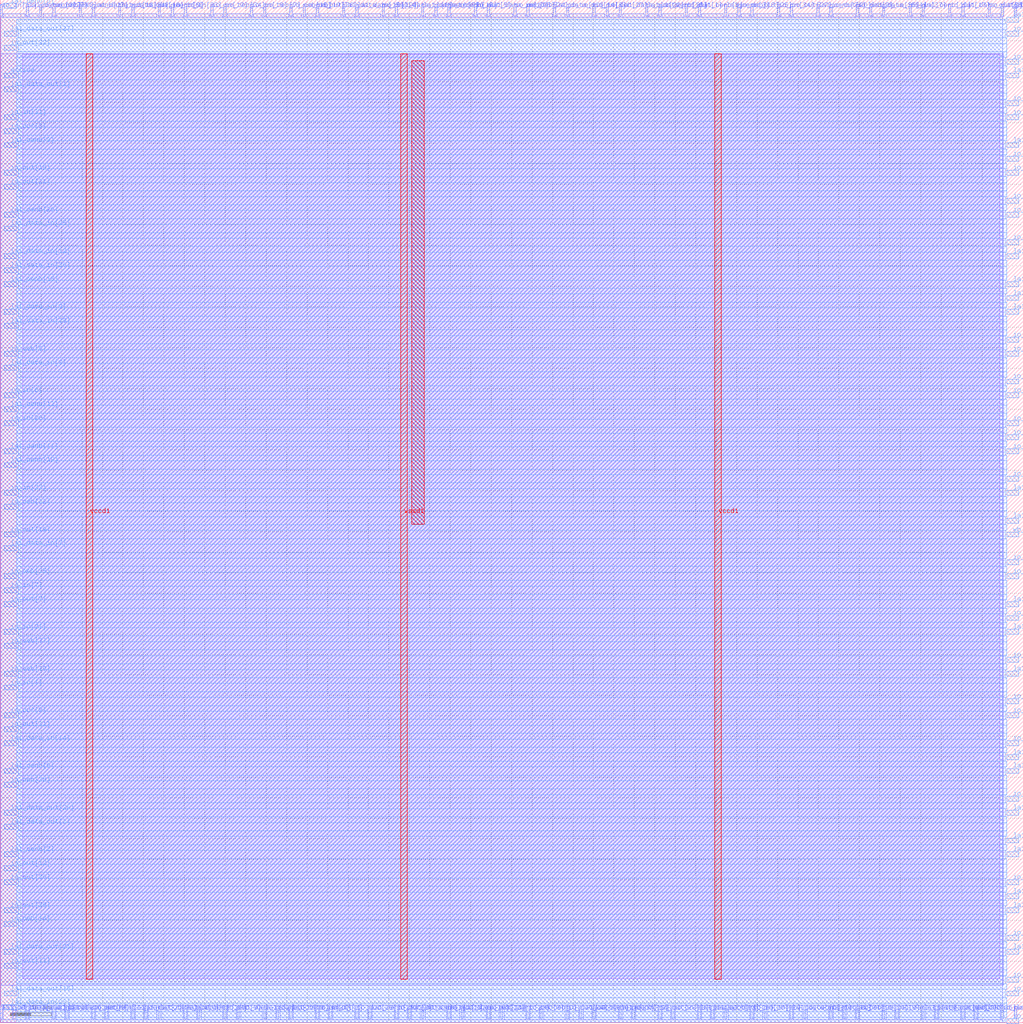
<source format=lef>
VERSION 5.7 ;
  NOWIREEXTENSIONATPIN ON ;
  DIVIDERCHAR "/" ;
  BUSBITCHARS "[]" ;
MACRO wrapped_channel
  CLASS BLOCK ;
  FOREIGN wrapped_channel ;
  ORIGIN 0.000 0.000 ;
  SIZE 250.000 BY 250.000 ;
  PIN active
    DIRECTION INPUT ;
    USE SIGNAL ;
    PORT
      LAYER met3 ;
        RECT 1.000 230.940 4.000 232.140 ;
    END
  END active
  PIN io_in[0]
    DIRECTION INPUT ;
    USE SIGNAL ;
    PORT
      LAYER met2 ;
        RECT 77.230 1.000 77.790 4.000 ;
    END
  END io_in[0]
  PIN io_in[10]
    DIRECTION INPUT ;
    USE SIGNAL ;
    PORT
      LAYER met2 ;
        RECT 138.410 246.000 138.970 249.000 ;
    END
  END io_in[10]
  PIN io_in[11]
    DIRECTION INPUT ;
    USE SIGNAL ;
    PORT
      LAYER met2 ;
        RECT -0.050 246.000 0.510 249.000 ;
    END
  END io_in[11]
  PIN io_in[12]
    DIRECTION INPUT ;
    USE SIGNAL ;
    PORT
      LAYER met3 ;
        RECT 246.000 210.540 249.000 211.740 ;
    END
  END io_in[12]
  PIN io_in[13]
    DIRECTION INPUT ;
    USE SIGNAL ;
    PORT
      LAYER met2 ;
        RECT 119.090 1.000 119.650 4.000 ;
    END
  END io_in[13]
  PIN io_in[14]
    DIRECTION INPUT ;
    USE SIGNAL ;
    PORT
      LAYER met2 ;
        RECT 93.330 246.000 93.890 249.000 ;
    END
  END io_in[14]
  PIN io_in[15]
    DIRECTION INPUT ;
    USE SIGNAL ;
    PORT
      LAYER met3 ;
        RECT 246.000 220.740 249.000 221.940 ;
    END
  END io_in[15]
  PIN io_in[16]
    DIRECTION INPUT ;
    USE SIGNAL ;
    PORT
      LAYER met3 ;
        RECT 246.000 20.140 249.000 21.340 ;
    END
  END io_in[16]
  PIN io_in[17]
    DIRECTION INPUT ;
    USE SIGNAL ;
    PORT
      LAYER met2 ;
        RECT 51.470 246.000 52.030 249.000 ;
    END
  END io_in[17]
  PIN io_in[18]
    DIRECTION INPUT ;
    USE SIGNAL ;
    PORT
      LAYER met2 ;
        RECT 61.130 246.000 61.690 249.000 ;
    END
  END io_in[18]
  PIN io_in[19]
    DIRECTION INPUT ;
    USE SIGNAL ;
    PORT
      LAYER met2 ;
        RECT 215.690 1.000 216.250 4.000 ;
    END
  END io_in[19]
  PIN io_in[1]
    DIRECTION INPUT ;
    USE SIGNAL ;
    PORT
      LAYER met3 ;
        RECT 1.000 81.340 4.000 82.540 ;
    END
  END io_in[1]
  PIN io_in[20]
    DIRECTION INPUT ;
    USE SIGNAL ;
    PORT
      LAYER met3 ;
        RECT 1.000 145.940 4.000 147.140 ;
    END
  END io_in[20]
  PIN io_in[21]
    DIRECTION INPUT ;
    USE SIGNAL ;
    PORT
      LAYER met3 ;
        RECT 1.000 94.940 4.000 96.140 ;
    END
  END io_in[21]
  PIN io_in[22]
    DIRECTION INPUT ;
    USE SIGNAL ;
    PORT
      LAYER met3 ;
        RECT 246.000 77.940 249.000 79.140 ;
    END
  END io_in[22]
  PIN io_in[23]
    DIRECTION INPUT ;
    USE SIGNAL ;
    PORT
      LAYER met2 ;
        RECT 45.030 246.000 45.590 249.000 ;
    END
  END io_in[23]
  PIN io_in[24]
    DIRECTION INPUT ;
    USE SIGNAL ;
    PORT
      LAYER met2 ;
        RECT 32.150 246.000 32.710 249.000 ;
    END
  END io_in[24]
  PIN io_in[25]
    DIRECTION INPUT ;
    USE SIGNAL ;
    PORT
      LAYER met2 ;
        RECT 186.710 1.000 187.270 4.000 ;
    END
  END io_in[25]
  PIN io_in[26]
    DIRECTION INPUT ;
    USE SIGNAL ;
    PORT
      LAYER met2 ;
        RECT 183.490 1.000 184.050 4.000 ;
    END
  END io_in[26]
  PIN io_in[27]
    DIRECTION INPUT ;
    USE SIGNAL ;
    PORT
      LAYER met3 ;
        RECT 246.000 54.140 249.000 55.340 ;
    END
  END io_in[27]
  PIN io_in[28]
    DIRECTION INPUT ;
    USE SIGNAL ;
    PORT
      LAYER met2 ;
        RECT 164.170 1.000 164.730 4.000 ;
    END
  END io_in[28]
  PIN io_in[29]
    DIRECTION INPUT ;
    USE SIGNAL ;
    PORT
      LAYER met2 ;
        RECT 247.890 246.000 248.450 249.000 ;
    END
  END io_in[29]
  PIN io_in[2]
    DIRECTION INPUT ;
    USE SIGNAL ;
    PORT
      LAYER met2 ;
        RECT 80.450 1.000 81.010 4.000 ;
    END
  END io_in[2]
  PIN io_in[30]
    DIRECTION INPUT ;
    USE SIGNAL ;
    PORT
      LAYER met3 ;
        RECT 246.000 98.340 249.000 99.540 ;
    END
  END io_in[30]
  PIN io_in[31]
    DIRECTION INPUT ;
    USE SIGNAL ;
    PORT
      LAYER met3 ;
        RECT 1.000 220.740 4.000 221.940 ;
    END
  END io_in[31]
  PIN io_in[32]
    DIRECTION INPUT ;
    USE SIGNAL ;
    PORT
      LAYER met2 ;
        RECT 154.510 1.000 155.070 4.000 ;
    END
  END io_in[32]
  PIN io_in[33]
    DIRECTION INPUT ;
    USE SIGNAL ;
    PORT
      LAYER met3 ;
        RECT 1.000 128.940 4.000 130.140 ;
    END
  END io_in[33]
  PIN io_in[34]
    DIRECTION INPUT ;
    USE SIGNAL ;
    PORT
      LAYER met2 ;
        RECT 189.930 246.000 190.490 249.000 ;
    END
  END io_in[34]
  PIN io_in[35]
    DIRECTION INPUT ;
    USE SIGNAL ;
    PORT
      LAYER met2 ;
        RECT 215.690 246.000 216.250 249.000 ;
    END
  END io_in[35]
  PIN io_in[36]
    DIRECTION INPUT ;
    USE SIGNAL ;
    PORT
      LAYER met3 ;
        RECT 246.000 156.140 249.000 157.340 ;
    END
  END io_in[36]
  PIN io_in[37]
    DIRECTION INPUT ;
    USE SIGNAL ;
    PORT
      LAYER met2 ;
        RECT 222.130 246.000 222.690 249.000 ;
    END
  END io_in[37]
  PIN io_in[3]
    DIRECTION INPUT ;
    USE SIGNAL ;
    PORT
      LAYER met2 ;
        RECT 144.850 246.000 145.410 249.000 ;
    END
  END io_in[3]
  PIN io_in[4]
    DIRECTION INPUT ;
    USE SIGNAL ;
    PORT
      LAYER met3 ;
        RECT 246.000 152.740 249.000 153.940 ;
    END
  END io_in[4]
  PIN io_in[5]
    DIRECTION INPUT ;
    USE SIGNAL ;
    PORT
      LAYER met3 ;
        RECT 246.000 241.140 249.000 242.340 ;
    END
  END io_in[5]
  PIN io_in[6]
    DIRECTION INPUT ;
    USE SIGNAL ;
    PORT
      LAYER met3 ;
        RECT 1.000 152.740 4.000 153.940 ;
    END
  END io_in[6]
  PIN io_in[7]
    DIRECTION INPUT ;
    USE SIGNAL ;
    PORT
      LAYER met3 ;
        RECT 1.000 105.140 4.000 106.340 ;
    END
  END io_in[7]
  PIN io_in[8]
    DIRECTION INPUT ;
    USE SIGNAL ;
    PORT
      LAYER met3 ;
        RECT 246.000 166.340 249.000 167.540 ;
    END
  END io_in[8]
  PIN io_in[9]
    DIRECTION INPUT ;
    USE SIGNAL ;
    PORT
      LAYER met2 ;
        RECT 41.810 246.000 42.370 249.000 ;
    END
  END io_in[9]
  PIN io_oeb[0]
    DIRECTION INOUT ;
    USE SIGNAL ;
    PORT
      LAYER met2 ;
        RECT 131.970 1.000 132.530 4.000 ;
    END
  END io_oeb[0]
  PIN io_oeb[10]
    DIRECTION INOUT ;
    USE SIGNAL ;
    PORT
      LAYER met3 ;
        RECT 1.000 84.740 4.000 85.940 ;
    END
  END io_oeb[10]
  PIN io_oeb[11]
    DIRECTION INOUT ;
    USE SIGNAL ;
    PORT
      LAYER met3 ;
        RECT 246.000 142.540 249.000 143.740 ;
    END
  END io_oeb[11]
  PIN io_oeb[12]
    DIRECTION INOUT ;
    USE SIGNAL ;
    PORT
      LAYER met3 ;
        RECT 246.000 74.540 249.000 75.740 ;
    END
  END io_oeb[12]
  PIN io_oeb[13]
    DIRECTION INOUT ;
    USE SIGNAL ;
    PORT
      LAYER met3 ;
        RECT 246.000 67.740 249.000 68.940 ;
    END
  END io_oeb[13]
  PIN io_oeb[14]
    DIRECTION INOUT ;
    USE SIGNAL ;
    PORT
      LAYER met3 ;
        RECT 1.000 23.540 4.000 24.740 ;
    END
  END io_oeb[14]
  PIN io_oeb[15]
    DIRECTION INOUT ;
    USE SIGNAL ;
    PORT
      LAYER met2 ;
        RECT 70.790 246.000 71.350 249.000 ;
    END
  END io_oeb[15]
  PIN io_oeb[16]
    DIRECTION INOUT ;
    USE SIGNAL ;
    PORT
      LAYER met3 ;
        RECT 246.000 9.940 249.000 11.140 ;
    END
  END io_oeb[16]
  PIN io_oeb[17]
    DIRECTION INOUT ;
    USE SIGNAL ;
    PORT
      LAYER met2 ;
        RECT 67.570 1.000 68.130 4.000 ;
    END
  END io_oeb[17]
  PIN io_oeb[18]
    DIRECTION INOUT ;
    USE SIGNAL ;
    PORT
      LAYER met2 ;
        RECT 180.270 246.000 180.830 249.000 ;
    END
  END io_oeb[18]
  PIN io_oeb[19]
    DIRECTION INOUT ;
    USE SIGNAL ;
    PORT
      LAYER met2 ;
        RECT 74.010 246.000 74.570 249.000 ;
    END
  END io_oeb[19]
  PIN io_oeb[1]
    DIRECTION INOUT ;
    USE SIGNAL ;
    PORT
      LAYER met2 ;
        RECT 196.370 1.000 196.930 4.000 ;
    END
  END io_oeb[1]
  PIN io_oeb[20]
    DIRECTION INOUT ;
    USE SIGNAL ;
    PORT
      LAYER met3 ;
        RECT 246.000 108.540 249.000 109.740 ;
    END
  END io_oeb[20]
  PIN io_oeb[21]
    DIRECTION INOUT ;
    USE SIGNAL ;
    PORT
      LAYER met2 ;
        RECT 9.610 246.000 10.170 249.000 ;
    END
  END io_oeb[21]
  PIN io_oeb[22]
    DIRECTION INOUT ;
    USE SIGNAL ;
    PORT
      LAYER met2 ;
        RECT 25.710 1.000 26.270 4.000 ;
    END
  END io_oeb[22]
  PIN io_oeb[23]
    DIRECTION INOUT ;
    USE SIGNAL ;
    PORT
      LAYER met2 ;
        RECT 125.530 246.000 126.090 249.000 ;
    END
  END io_oeb[23]
  PIN io_oeb[24]
    DIRECTION INOUT ;
    USE SIGNAL ;
    PORT
      LAYER met2 ;
        RECT 128.750 246.000 129.310 249.000 ;
    END
  END io_oeb[24]
  PIN io_oeb[25]
    DIRECTION INOUT ;
    USE SIGNAL ;
    PORT
      LAYER met2 ;
        RECT 238.230 1.000 238.790 4.000 ;
    END
  END io_oeb[25]
  PIN io_oeb[26]
    DIRECTION INOUT ;
    USE SIGNAL ;
    PORT
      LAYER met3 ;
        RECT 246.000 196.940 249.000 198.140 ;
    END
  END io_oeb[26]
  PIN io_oeb[27]
    DIRECTION INOUT ;
    USE SIGNAL ;
    PORT
      LAYER met2 ;
        RECT 148.070 246.000 148.630 249.000 ;
    END
  END io_oeb[27]
  PIN io_oeb[28]
    DIRECTION INOUT ;
    USE SIGNAL ;
    PORT
      LAYER met2 ;
        RECT 209.250 1.000 209.810 4.000 ;
    END
  END io_oeb[28]
  PIN io_oeb[29]
    DIRECTION INOUT ;
    USE SIGNAL ;
    PORT
      LAYER met3 ;
        RECT 246.000 162.940 249.000 164.140 ;
    END
  END io_oeb[29]
  PIN io_oeb[2]
    DIRECTION INOUT ;
    USE SIGNAL ;
    PORT
      LAYER met2 ;
        RECT 209.250 246.000 209.810 249.000 ;
    END
  END io_oeb[2]
  PIN io_oeb[30]
    DIRECTION INOUT ;
    USE SIGNAL ;
    PORT
      LAYER met2 ;
        RECT 12.830 246.000 13.390 249.000 ;
    END
  END io_oeb[30]
  PIN io_oeb[31]
    DIRECTION INOUT ;
    USE SIGNAL ;
    PORT
      LAYER met2 ;
        RECT 206.030 1.000 206.590 4.000 ;
    END
  END io_oeb[31]
  PIN io_oeb[32]
    DIRECTION INOUT ;
    USE SIGNAL ;
    PORT
      LAYER met3 ;
        RECT 1.000 125.540 4.000 126.740 ;
    END
  END io_oeb[32]
  PIN io_oeb[33]
    DIRECTION INOUT ;
    USE SIGNAL ;
    PORT
      LAYER met2 ;
        RECT 244.670 1.000 245.230 4.000 ;
    END
  END io_oeb[33]
  PIN io_oeb[34]
    DIRECTION INOUT ;
    USE SIGNAL ;
    PORT
      LAYER met2 ;
        RECT 54.690 246.000 55.250 249.000 ;
    END
  END io_oeb[34]
  PIN io_oeb[35]
    DIRECTION INOUT ;
    USE SIGNAL ;
    PORT
      LAYER met3 ;
        RECT 1.000 108.540 4.000 109.740 ;
    END
  END io_oeb[35]
  PIN io_oeb[36]
    DIRECTION INOUT ;
    USE SIGNAL ;
    PORT
      LAYER met3 ;
        RECT 1.000 57.540 4.000 58.740 ;
    END
  END io_oeb[36]
  PIN io_oeb[37]
    DIRECTION INOUT ;
    USE SIGNAL ;
    PORT
      LAYER met3 ;
        RECT 1.000 91.540 4.000 92.740 ;
    END
  END io_oeb[37]
  PIN io_oeb[3]
    DIRECTION INOUT ;
    USE SIGNAL ;
    PORT
      LAYER met2 ;
        RECT 128.750 1.000 129.310 4.000 ;
    END
  END io_oeb[3]
  PIN io_oeb[4]
    DIRECTION INOUT ;
    USE SIGNAL ;
    PORT
      LAYER met3 ;
        RECT 246.000 -0.260 249.000 0.940 ;
    END
  END io_oeb[4]
  PIN io_oeb[5]
    DIRECTION INOUT ;
    USE SIGNAL ;
    PORT
      LAYER met3 ;
        RECT 1.000 162.940 4.000 164.140 ;
    END
  END io_oeb[5]
  PIN io_oeb[6]
    DIRECTION INOUT ;
    USE SIGNAL ;
    PORT
      LAYER met3 ;
        RECT 246.000 88.140 249.000 89.340 ;
    END
  END io_oeb[6]
  PIN io_oeb[7]
    DIRECTION INOUT ;
    USE SIGNAL ;
    PORT
      LAYER met2 ;
        RECT 64.350 246.000 64.910 249.000 ;
    END
  END io_oeb[7]
  PIN io_oeb[8]
    DIRECTION INOUT ;
    USE SIGNAL ;
    PORT
      LAYER met2 ;
        RECT 22.490 1.000 23.050 4.000 ;
    END
  END io_oeb[8]
  PIN io_oeb[9]
    DIRECTION INOUT ;
    USE SIGNAL ;
    PORT
      LAYER met2 ;
        RECT 54.690 1.000 55.250 4.000 ;
    END
  END io_oeb[9]
  PIN io_out[0]
    DIRECTION INOUT ;
    USE SIGNAL ;
    PORT
      LAYER met3 ;
        RECT 246.000 234.340 249.000 235.540 ;
    END
  END io_out[0]
  PIN io_out[10]
    DIRECTION INOUT ;
    USE SIGNAL ;
    PORT
      LAYER met3 ;
        RECT 246.000 139.140 249.000 140.340 ;
    END
  END io_out[10]
  PIN io_out[11]
    DIRECTION INOUT ;
    USE SIGNAL ;
    PORT
      LAYER met3 ;
        RECT 1.000 13.340 4.000 14.540 ;
    END
  END io_out[11]
  PIN io_out[12]
    DIRECTION INOUT ;
    USE SIGNAL ;
    PORT
      LAYER met3 ;
        RECT 1.000 37.140 4.000 38.340 ;
    END
  END io_out[12]
  PIN io_out[13]
    DIRECTION INOUT ;
    USE SIGNAL ;
    PORT
      LAYER met2 ;
        RECT 202.810 1.000 203.370 4.000 ;
    END
  END io_out[13]
  PIN io_out[14]
    DIRECTION INOUT ;
    USE SIGNAL ;
    PORT
      LAYER met3 ;
        RECT 246.000 200.340 249.000 201.540 ;
    END
  END io_out[14]
  PIN io_out[15]
    DIRECTION INOUT ;
    USE SIGNAL ;
    PORT
      LAYER met3 ;
        RECT 1.000 207.140 4.000 208.340 ;
    END
  END io_out[15]
  PIN io_out[16]
    DIRECTION INOUT ;
    USE SIGNAL ;
    PORT
      LAYER met3 ;
        RECT 246.000 132.340 249.000 133.540 ;
    END
  END io_out[16]
  PIN io_out[17]
    DIRECTION INOUT ;
    USE SIGNAL ;
    PORT
      LAYER met2 ;
        RECT 231.790 246.000 232.350 249.000 ;
    END
  END io_out[17]
  PIN io_out[18]
    DIRECTION INOUT ;
    USE SIGNAL ;
    PORT
      LAYER met2 ;
        RECT 235.010 1.000 235.570 4.000 ;
    END
  END io_out[18]
  PIN io_out[19]
    DIRECTION INOUT ;
    USE SIGNAL ;
    PORT
      LAYER met3 ;
        RECT 1.000 118.740 4.000 119.940 ;
    END
  END io_out[19]
  PIN io_out[1]
    DIRECTION INOUT ;
    USE SIGNAL ;
    PORT
      LAYER met2 ;
        RECT 167.390 246.000 167.950 249.000 ;
    END
  END io_out[1]
  PIN io_out[20]
    DIRECTION INOUT ;
    USE SIGNAL ;
    PORT
      LAYER met2 ;
        RECT 202.810 246.000 203.370 249.000 ;
    END
  END io_out[20]
  PIN io_out[21]
    DIRECTION INOUT ;
    USE SIGNAL ;
    PORT
      LAYER met3 ;
        RECT 1.000 203.740 4.000 204.940 ;
    END
  END io_out[21]
  PIN io_out[22]
    DIRECTION INOUT ;
    USE SIGNAL ;
    PORT
      LAYER met2 ;
        RECT 160.950 1.000 161.510 4.000 ;
    END
  END io_out[22]
  PIN io_out[23]
    DIRECTION INOUT ;
    USE SIGNAL ;
    PORT
      LAYER met3 ;
        RECT 246.000 111.940 249.000 113.140 ;
    END
  END io_out[23]
  PIN io_out[24]
    DIRECTION INOUT ;
    USE SIGNAL ;
    PORT
      LAYER met2 ;
        RECT 138.410 1.000 138.970 4.000 ;
    END
  END io_out[24]
  PIN io_out[25]
    DIRECTION INOUT ;
    USE SIGNAL ;
    PORT
      LAYER met2 ;
        RECT 183.490 246.000 184.050 249.000 ;
    END
  END io_out[25]
  PIN io_out[26]
    DIRECTION INOUT ;
    USE SIGNAL ;
    PORT
      LAYER met3 ;
        RECT 1.000 26.940 4.000 28.140 ;
    END
  END io_out[26]
  PIN io_out[27]
    DIRECTION INOUT ;
    USE SIGNAL ;
    PORT
      LAYER met2 ;
        RECT 193.150 246.000 193.710 249.000 ;
    END
  END io_out[27]
  PIN io_out[28]
    DIRECTION INOUT ;
    USE SIGNAL ;
    PORT
      LAYER met2 ;
        RECT 86.890 1.000 87.450 4.000 ;
    END
  END io_out[28]
  PIN io_out[29]
    DIRECTION INOUT ;
    USE SIGNAL ;
    PORT
      LAYER met3 ;
        RECT 246.000 6.540 249.000 7.740 ;
    END
  END io_out[29]
  PIN io_out[2]
    DIRECTION INOUT ;
    USE SIGNAL ;
    PORT
      LAYER met2 ;
        RECT 35.370 1.000 35.930 4.000 ;
    END
  END io_out[2]
  PIN io_out[30]
    DIRECTION INOUT ;
    USE SIGNAL ;
    PORT
      LAYER met3 ;
        RECT 1.000 33.740 4.000 34.940 ;
    END
  END io_out[30]
  PIN io_out[31]
    DIRECTION INOUT ;
    USE SIGNAL ;
    PORT
      LAYER met3 ;
        RECT 1.000 71.140 4.000 72.340 ;
    END
  END io_out[31]
  PIN io_out[32]
    DIRECTION INOUT ;
    USE SIGNAL ;
    PORT
      LAYER met3 ;
        RECT 1.000 237.740 4.000 238.940 ;
    END
  END io_out[32]
  PIN io_out[33]
    DIRECTION INOUT ;
    USE SIGNAL ;
    PORT
      LAYER met3 ;
        RECT 246.000 33.740 249.000 34.940 ;
    END
  END io_out[33]
  PIN io_out[34]
    DIRECTION INOUT ;
    USE SIGNAL ;
    PORT
      LAYER met3 ;
        RECT 246.000 207.140 249.000 208.340 ;
    END
  END io_out[34]
  PIN io_out[35]
    DIRECTION INOUT ;
    USE SIGNAL ;
    PORT
      LAYER met3 ;
        RECT 246.000 190.140 249.000 191.340 ;
    END
  END io_out[35]
  PIN io_out[36]
    DIRECTION INOUT ;
    USE SIGNAL ;
    PORT
      LAYER met2 ;
        RECT 77.230 246.000 77.790 249.000 ;
    END
  END io_out[36]
  PIN io_out[37]
    DIRECTION INOUT ;
    USE SIGNAL ;
    PORT
      LAYER met3 ;
        RECT 246.000 224.140 249.000 225.340 ;
    END
  END io_out[37]
  PIN io_out[3]
    DIRECTION INOUT ;
    USE SIGNAL ;
    PORT
      LAYER met3 ;
        RECT 1.000 217.340 4.000 218.540 ;
    END
  END io_out[3]
  PIN io_out[4]
    DIRECTION INOUT ;
    USE SIGNAL ;
    PORT
      LAYER met3 ;
        RECT 246.000 145.940 249.000 147.140 ;
    END
  END io_out[4]
  PIN io_out[5]
    DIRECTION INOUT ;
    USE SIGNAL ;
    PORT
      LAYER met2 ;
        RECT 115.870 246.000 116.430 249.000 ;
    END
  END io_out[5]
  PIN io_out[6]
    DIRECTION INOUT ;
    USE SIGNAL ;
    PORT
      LAYER met2 ;
        RECT 241.450 246.000 242.010 249.000 ;
    END
  END io_out[6]
  PIN io_out[7]
    DIRECTION INOUT ;
    USE SIGNAL ;
    PORT
      LAYER met3 ;
        RECT 1.000 101.740 4.000 102.940 ;
    END
  END io_out[7]
  PIN io_out[8]
    DIRECTION INOUT ;
    USE SIGNAL ;
    PORT
      LAYER met2 ;
        RECT 96.550 1.000 97.110 4.000 ;
    END
  END io_out[8]
  PIN io_out[9]
    DIRECTION INOUT ;
    USE SIGNAL ;
    PORT
      LAYER met3 ;
        RECT 1.000 74.540 4.000 75.740 ;
    END
  END io_out[9]
  PIN la1_data_in[0]
    DIRECTION INPUT ;
    USE SIGNAL ;
    PORT
      LAYER met3 ;
        RECT 246.000 40.540 249.000 41.740 ;
    END
  END la1_data_in[0]
  PIN la1_data_in[10]
    DIRECTION INPUT ;
    USE SIGNAL ;
    PORT
      LAYER met2 ;
        RECT 109.430 1.000 109.990 4.000 ;
    END
  END la1_data_in[10]
  PIN la1_data_in[11]
    DIRECTION INPUT ;
    USE SIGNAL ;
    PORT
      LAYER met3 ;
        RECT 246.000 30.340 249.000 31.540 ;
    END
  END la1_data_in[11]
  PIN la1_data_in[12]
    DIRECTION INPUT ;
    USE SIGNAL ;
    PORT
      LAYER met3 ;
        RECT 1.000 186.740 4.000 187.940 ;
    END
  END la1_data_in[12]
  PIN la1_data_in[13]
    DIRECTION INPUT ;
    USE SIGNAL ;
    PORT
      LAYER met2 ;
        RECT 170.610 1.000 171.170 4.000 ;
    END
  END la1_data_in[13]
  PIN la1_data_in[14]
    DIRECTION INPUT ;
    USE SIGNAL ;
    PORT
      LAYER met3 ;
        RECT 1.000 67.740 4.000 68.940 ;
    END
  END la1_data_in[14]
  PIN la1_data_in[15]
    DIRECTION INPUT ;
    USE SIGNAL ;
    PORT
      LAYER met2 ;
        RECT 83.670 246.000 84.230 249.000 ;
    END
  END la1_data_in[15]
  PIN la1_data_in[16]
    DIRECTION INPUT ;
    USE SIGNAL ;
    PORT
      LAYER met2 ;
        RECT 157.730 246.000 158.290 249.000 ;
    END
  END la1_data_in[16]
  PIN la1_data_in[17]
    DIRECTION INPUT ;
    USE SIGNAL ;
    PORT
      LAYER met2 ;
        RECT 119.090 246.000 119.650 249.000 ;
    END
  END la1_data_in[17]
  PIN la1_data_in[18]
    DIRECTION INPUT ;
    USE SIGNAL ;
    PORT
      LAYER met2 ;
        RECT 218.910 1.000 219.470 4.000 ;
    END
  END la1_data_in[18]
  PIN la1_data_in[19]
    DIRECTION INPUT ;
    USE SIGNAL ;
    PORT
      LAYER met2 ;
        RECT 86.890 246.000 87.450 249.000 ;
    END
  END la1_data_in[19]
  PIN la1_data_in[1]
    DIRECTION INPUT ;
    USE SIGNAL ;
    PORT
      LAYER met2 ;
        RECT 99.770 1.000 100.330 4.000 ;
    END
  END la1_data_in[1]
  PIN la1_data_in[20]
    DIRECTION INPUT ;
    USE SIGNAL ;
    PORT
      LAYER met3 ;
        RECT 1.000 183.340 4.000 184.540 ;
    END
  END la1_data_in[20]
  PIN la1_data_in[21]
    DIRECTION INPUT ;
    USE SIGNAL ;
    PORT
      LAYER met2 ;
        RECT 244.670 246.000 245.230 249.000 ;
    END
  END la1_data_in[21]
  PIN la1_data_in[22]
    DIRECTION INPUT ;
    USE SIGNAL ;
    PORT
      LAYER met3 ;
        RECT 246.000 43.940 249.000 45.140 ;
    END
  END la1_data_in[22]
  PIN la1_data_in[23]
    DIRECTION INPUT ;
    USE SIGNAL ;
    PORT
      LAYER met3 ;
        RECT 1.000 3.140 4.000 4.340 ;
    END
  END la1_data_in[23]
  PIN la1_data_in[24]
    DIRECTION INPUT ;
    USE SIGNAL ;
    PORT
      LAYER met2 ;
        RECT 70.790 1.000 71.350 4.000 ;
    END
  END la1_data_in[24]
  PIN la1_data_in[25]
    DIRECTION INPUT ;
    USE SIGNAL ;
    PORT
      LAYER met3 ;
        RECT 1.000 193.540 4.000 194.740 ;
    END
  END la1_data_in[25]
  PIN la1_data_in[26]
    DIRECTION INPUT ;
    USE SIGNAL ;
    PORT
      LAYER met3 ;
        RECT 246.000 16.740 249.000 17.940 ;
    END
  END la1_data_in[26]
  PIN la1_data_in[27]
    DIRECTION INPUT ;
    USE SIGNAL ;
    PORT
      LAYER met2 ;
        RECT 144.850 1.000 145.410 4.000 ;
    END
  END la1_data_in[27]
  PIN la1_data_in[28]
    DIRECTION INPUT ;
    USE SIGNAL ;
    PORT
      LAYER met3 ;
        RECT 1.000 169.740 4.000 170.940 ;
    END
  END la1_data_in[28]
  PIN la1_data_in[29]
    DIRECTION INPUT ;
    USE SIGNAL ;
    PORT
      LAYER met2 ;
        RECT 6.390 246.000 6.950 249.000 ;
    END
  END la1_data_in[29]
  PIN la1_data_in[2]
    DIRECTION INPUT ;
    USE SIGNAL ;
    PORT
      LAYER met2 ;
        RECT 57.910 1.000 58.470 4.000 ;
    END
  END la1_data_in[2]
  PIN la1_data_in[30]
    DIRECTION INPUT ;
    USE SIGNAL ;
    PORT
      LAYER met2 ;
        RECT 6.390 1.000 6.950 4.000 ;
    END
  END la1_data_in[30]
  PIN la1_data_in[31]
    DIRECTION INPUT ;
    USE SIGNAL ;
    PORT
      LAYER met2 ;
        RECT 193.150 1.000 193.710 4.000 ;
    END
  END la1_data_in[31]
  PIN la1_data_in[3]
    DIRECTION INPUT ;
    USE SIGNAL ;
    PORT
      LAYER met3 ;
        RECT 1.000 159.540 4.000 160.740 ;
    END
  END la1_data_in[3]
  PIN la1_data_in[4]
    DIRECTION INPUT ;
    USE SIGNAL ;
    PORT
      LAYER met2 ;
        RECT 212.470 246.000 213.030 249.000 ;
    END
  END la1_data_in[4]
  PIN la1_data_in[5]
    DIRECTION INPUT ;
    USE SIGNAL ;
    PORT
      LAYER met3 ;
        RECT 246.000 122.140 249.000 123.340 ;
    END
  END la1_data_in[5]
  PIN la1_data_in[6]
    DIRECTION INPUT ;
    USE SIGNAL ;
    PORT
      LAYER met2 ;
        RECT 96.550 246.000 97.110 249.000 ;
    END
  END la1_data_in[6]
  PIN la1_data_in[7]
    DIRECTION INPUT ;
    USE SIGNAL ;
    PORT
      LAYER met3 ;
        RECT 1.000 115.340 4.000 116.540 ;
    END
  END la1_data_in[7]
  PIN la1_data_in[8]
    DIRECTION INPUT ;
    USE SIGNAL ;
    PORT
      LAYER met2 ;
        RECT 102.990 246.000 103.550 249.000 ;
    END
  END la1_data_in[8]
  PIN la1_data_in[9]
    DIRECTION INPUT ;
    USE SIGNAL ;
    PORT
      LAYER met3 ;
        RECT 1.000 173.140 4.000 174.340 ;
    END
  END la1_data_in[9]
  PIN la1_data_out[0]
    DIRECTION INOUT ;
    USE SIGNAL ;
    PORT
      LAYER met2 ;
        RECT 38.590 1.000 39.150 4.000 ;
    END
  END la1_data_out[0]
  PIN la1_data_out[10]
    DIRECTION INOUT ;
    USE SIGNAL ;
    PORT
      LAYER met3 ;
        RECT 246.000 60.940 249.000 62.140 ;
    END
  END la1_data_out[10]
  PIN la1_data_out[11]
    DIRECTION INOUT ;
    USE SIGNAL ;
    PORT
      LAYER met2 ;
        RECT 112.650 1.000 113.210 4.000 ;
    END
  END la1_data_out[11]
  PIN la1_data_out[12]
    DIRECTION INOUT ;
    USE SIGNAL ;
    PORT
      LAYER met3 ;
        RECT 246.000 230.940 249.000 232.140 ;
    END
  END la1_data_out[12]
  PIN la1_data_out[13]
    DIRECTION INOUT ;
    USE SIGNAL ;
    PORT
      LAYER met2 ;
        RECT 22.490 246.000 23.050 249.000 ;
    END
  END la1_data_out[13]
  PIN la1_data_out[14]
    DIRECTION INOUT ;
    USE SIGNAL ;
    PORT
      LAYER met2 ;
        RECT 135.190 246.000 135.750 249.000 ;
    END
  END la1_data_out[14]
  PIN la1_data_out[15]
    DIRECTION INOUT ;
    USE SIGNAL ;
    PORT
      LAYER met3 ;
        RECT 1.000 6.540 4.000 7.740 ;
    END
  END la1_data_out[15]
  PIN la1_data_out[16]
    DIRECTION INOUT ;
    USE SIGNAL ;
    PORT
      LAYER met3 ;
        RECT 246.000 84.740 249.000 85.940 ;
    END
  END la1_data_out[16]
  PIN la1_data_out[17]
    DIRECTION INOUT ;
    USE SIGNAL ;
    PORT
      LAYER met3 ;
        RECT 246.000 179.940 249.000 181.140 ;
    END
  END la1_data_out[17]
  PIN la1_data_out[18]
    DIRECTION INOUT ;
    USE SIGNAL ;
    PORT
      LAYER met2 ;
        RECT 28.930 246.000 29.490 249.000 ;
    END
  END la1_data_out[18]
  PIN la1_data_out[19]
    DIRECTION INOUT ;
    USE SIGNAL ;
    PORT
      LAYER met3 ;
        RECT 246.000 128.940 249.000 130.140 ;
    END
  END la1_data_out[19]
  PIN la1_data_out[1]
    DIRECTION INOUT ;
    USE SIGNAL ;
    PORT
      LAYER met3 ;
        RECT 1.000 227.540 4.000 228.740 ;
    END
  END la1_data_out[1]
  PIN la1_data_out[20]
    DIRECTION INOUT ;
    USE SIGNAL ;
    PORT
      LAYER met3 ;
        RECT 1.000 50.740 4.000 51.940 ;
    END
  END la1_data_out[20]
  PIN la1_data_out[21]
    DIRECTION INOUT ;
    USE SIGNAL ;
    PORT
      LAYER met3 ;
        RECT 246.000 213.940 249.000 215.140 ;
    END
  END la1_data_out[21]
  PIN la1_data_out[22]
    DIRECTION INOUT ;
    USE SIGNAL ;
    PORT
      LAYER met2 ;
        RECT 151.290 246.000 151.850 249.000 ;
    END
  END la1_data_out[22]
  PIN la1_data_out[23]
    DIRECTION INOUT ;
    USE SIGNAL ;
    PORT
      LAYER met2 ;
        RECT 64.350 1.000 64.910 4.000 ;
    END
  END la1_data_out[23]
  PIN la1_data_out[24]
    DIRECTION INOUT ;
    USE SIGNAL ;
    PORT
      LAYER met3 ;
        RECT 246.000 94.940 249.000 96.140 ;
    END
  END la1_data_out[24]
  PIN la1_data_out[25]
    DIRECTION INOUT ;
    USE SIGNAL ;
    PORT
      LAYER met3 ;
        RECT 1.000 16.740 4.000 17.940 ;
    END
  END la1_data_out[25]
  PIN la1_data_out[26]
    DIRECTION INOUT ;
    USE SIGNAL ;
    PORT
      LAYER met3 ;
        RECT 246.000 26.940 249.000 28.140 ;
    END
  END la1_data_out[26]
  PIN la1_data_out[27]
    DIRECTION INOUT ;
    USE SIGNAL ;
    PORT
      LAYER met3 ;
        RECT 1.000 241.140 4.000 242.340 ;
    END
  END la1_data_out[27]
  PIN la1_data_out[28]
    DIRECTION INOUT ;
    USE SIGNAL ;
    PORT
      LAYER met2 ;
        RECT 225.350 1.000 225.910 4.000 ;
    END
  END la1_data_out[28]
  PIN la1_data_out[29]
    DIRECTION INOUT ;
    USE SIGNAL ;
    PORT
      LAYER met2 ;
        RECT 32.150 1.000 32.710 4.000 ;
    END
  END la1_data_out[29]
  PIN la1_data_out[2]
    DIRECTION INOUT ;
    USE SIGNAL ;
    PORT
      LAYER met2 ;
        RECT 102.990 1.000 103.550 4.000 ;
    END
  END la1_data_out[2]
  PIN la1_data_out[30]
    DIRECTION INOUT ;
    USE SIGNAL ;
    PORT
      LAYER met3 ;
        RECT 246.000 64.340 249.000 65.540 ;
    END
  END la1_data_out[30]
  PIN la1_data_out[31]
    DIRECTION INOUT ;
    USE SIGNAL ;
    PORT
      LAYER met3 ;
        RECT 246.000 244.540 249.000 245.740 ;
    END
  END la1_data_out[31]
  PIN la1_data_out[3]
    DIRECTION INOUT ;
    USE SIGNAL ;
    PORT
      LAYER met3 ;
        RECT 1.000 47.340 4.000 48.540 ;
    END
  END la1_data_out[3]
  PIN la1_data_out[4]
    DIRECTION INOUT ;
    USE SIGNAL ;
    PORT
      LAYER met2 ;
        RECT 228.570 1.000 229.130 4.000 ;
    END
  END la1_data_out[4]
  PIN la1_data_out[5]
    DIRECTION INOUT ;
    USE SIGNAL ;
    PORT
      LAYER met2 ;
        RECT 16.050 1.000 16.610 4.000 ;
    END
  END la1_data_out[5]
  PIN la1_data_out[6]
    DIRECTION INOUT ;
    USE SIGNAL ;
    PORT
      LAYER met3 ;
        RECT 246.000 101.740 249.000 102.940 ;
    END
  END la1_data_out[6]
  PIN la1_data_out[7]
    DIRECTION INOUT ;
    USE SIGNAL ;
    PORT
      LAYER met2 ;
        RECT 3.170 1.000 3.730 4.000 ;
    END
  END la1_data_out[7]
  PIN la1_data_out[8]
    DIRECTION INOUT ;
    USE SIGNAL ;
    PORT
      LAYER met3 ;
        RECT 246.000 186.740 249.000 187.940 ;
    END
  END la1_data_out[8]
  PIN la1_data_out[9]
    DIRECTION INOUT ;
    USE SIGNAL ;
    PORT
      LAYER met2 ;
        RECT 235.010 246.000 235.570 249.000 ;
    END
  END la1_data_out[9]
  PIN la1_oenb[0]
    DIRECTION INPUT ;
    USE SIGNAL ;
    PORT
      LAYER met2 ;
        RECT 247.890 1.000 248.450 4.000 ;
    END
  END la1_oenb[0]
  PIN la1_oenb[10]
    DIRECTION INPUT ;
    USE SIGNAL ;
    PORT
      LAYER met2 ;
        RECT 225.350 246.000 225.910 249.000 ;
    END
  END la1_oenb[10]
  PIN la1_oenb[11]
    DIRECTION INPUT ;
    USE SIGNAL ;
    PORT
      LAYER met3 ;
        RECT 1.000 139.140 4.000 140.340 ;
    END
  END la1_oenb[11]
  PIN la1_oenb[12]
    DIRECTION INPUT ;
    USE SIGNAL ;
    PORT
      LAYER met3 ;
        RECT 1.000 149.340 4.000 150.540 ;
    END
  END la1_oenb[12]
  PIN la1_oenb[13]
    DIRECTION INPUT ;
    USE SIGNAL ;
    PORT
      LAYER met2 ;
        RECT 151.290 1.000 151.850 4.000 ;
    END
  END la1_oenb[13]
  PIN la1_oenb[14]
    DIRECTION INPUT ;
    USE SIGNAL ;
    PORT
      LAYER met2 ;
        RECT -0.050 1.000 0.510 4.000 ;
    END
  END la1_oenb[14]
  PIN la1_oenb[15]
    DIRECTION INPUT ;
    USE SIGNAL ;
    PORT
      LAYER met2 ;
        RECT 177.050 1.000 177.610 4.000 ;
    END
  END la1_oenb[15]
  PIN la1_oenb[16]
    DIRECTION INPUT ;
    USE SIGNAL ;
    PORT
      LAYER met3 ;
        RECT 1.000 179.940 4.000 181.140 ;
    END
  END la1_oenb[16]
  PIN la1_oenb[17]
    DIRECTION INPUT ;
    USE SIGNAL ;
    PORT
      LAYER met2 ;
        RECT 19.270 246.000 19.830 249.000 ;
    END
  END la1_oenb[17]
  PIN la1_oenb[18]
    DIRECTION INPUT ;
    USE SIGNAL ;
    PORT
      LAYER met2 ;
        RECT 109.430 246.000 109.990 249.000 ;
    END
  END la1_oenb[18]
  PIN la1_oenb[19]
    DIRECTION INPUT ;
    USE SIGNAL ;
    PORT
      LAYER met3 ;
        RECT 1.000 135.740 4.000 136.940 ;
    END
  END la1_oenb[19]
  PIN la1_oenb[1]
    DIRECTION INPUT ;
    USE SIGNAL ;
    PORT
      LAYER met2 ;
        RECT 45.030 1.000 45.590 4.000 ;
    END
  END la1_oenb[1]
  PIN la1_oenb[20]
    DIRECTION INPUT ;
    USE SIGNAL ;
    PORT
      LAYER met2 ;
        RECT 12.830 1.000 13.390 4.000 ;
    END
  END la1_oenb[20]
  PIN la1_oenb[21]
    DIRECTION INPUT ;
    USE SIGNAL ;
    PORT
      LAYER met2 ;
        RECT 160.950 246.000 161.510 249.000 ;
    END
  END la1_oenb[21]
  PIN la1_oenb[22]
    DIRECTION INPUT ;
    USE SIGNAL ;
    PORT
      LAYER met2 ;
        RECT 106.210 246.000 106.770 249.000 ;
    END
  END la1_oenb[22]
  PIN la1_oenb[23]
    DIRECTION INPUT ;
    USE SIGNAL ;
    PORT
      LAYER met2 ;
        RECT 122.310 1.000 122.870 4.000 ;
    END
  END la1_oenb[23]
  PIN la1_oenb[24]
    DIRECTION INPUT ;
    USE SIGNAL ;
    PORT
      LAYER met2 ;
        RECT 199.590 246.000 200.150 249.000 ;
    END
  END la1_oenb[24]
  PIN la1_oenb[25]
    DIRECTION INPUT ;
    USE SIGNAL ;
    PORT
      LAYER met3 ;
        RECT 246.000 50.740 249.000 51.940 ;
    END
  END la1_oenb[25]
  PIN la1_oenb[26]
    DIRECTION INPUT ;
    USE SIGNAL ;
    PORT
      LAYER met3 ;
        RECT 1.000 196.940 4.000 198.140 ;
    END
  END la1_oenb[26]
  PIN la1_oenb[27]
    DIRECTION INPUT ;
    USE SIGNAL ;
    PORT
      LAYER met3 ;
        RECT 246.000 176.540 249.000 177.740 ;
    END
  END la1_oenb[27]
  PIN la1_oenb[28]
    DIRECTION INPUT ;
    USE SIGNAL ;
    PORT
      LAYER met2 ;
        RECT 48.250 1.000 48.810 4.000 ;
    END
  END la1_oenb[28]
  PIN la1_oenb[29]
    DIRECTION INPUT ;
    USE SIGNAL ;
    PORT
      LAYER met2 ;
        RECT 90.110 1.000 90.670 4.000 ;
    END
  END la1_oenb[29]
  PIN la1_oenb[2]
    DIRECTION INPUT ;
    USE SIGNAL ;
    PORT
      LAYER met3 ;
        RECT 1.000 40.540 4.000 41.740 ;
    END
  END la1_oenb[2]
  PIN la1_oenb[30]
    DIRECTION INPUT ;
    USE SIGNAL ;
    PORT
      LAYER met3 ;
        RECT 246.000 173.140 249.000 174.340 ;
    END
  END la1_oenb[30]
  PIN la1_oenb[31]
    DIRECTION INPUT ;
    USE SIGNAL ;
    PORT
      LAYER met2 ;
        RECT 141.630 1.000 142.190 4.000 ;
    END
  END la1_oenb[31]
  PIN la1_oenb[3]
    DIRECTION INPUT ;
    USE SIGNAL ;
    PORT
      LAYER met2 ;
        RECT 177.050 246.000 177.610 249.000 ;
    END
  END la1_oenb[3]
  PIN la1_oenb[4]
    DIRECTION INPUT ;
    USE SIGNAL ;
    PORT
      LAYER met2 ;
        RECT 170.610 246.000 171.170 249.000 ;
    END
  END la1_oenb[4]
  PIN la1_oenb[5]
    DIRECTION INPUT ;
    USE SIGNAL ;
    PORT
      LAYER met3 ;
        RECT 1.000 247.940 4.000 249.140 ;
    END
  END la1_oenb[5]
  PIN la1_oenb[6]
    DIRECTION INPUT ;
    USE SIGNAL ;
    PORT
      LAYER met2 ;
        RECT 38.590 246.000 39.150 249.000 ;
    END
  END la1_oenb[6]
  PIN la1_oenb[7]
    DIRECTION INPUT ;
    USE SIGNAL ;
    PORT
      LAYER met2 ;
        RECT 173.830 1.000 174.390 4.000 ;
    END
  END la1_oenb[7]
  PIN la1_oenb[8]
    DIRECTION INPUT ;
    USE SIGNAL ;
    PORT
      LAYER met3 ;
        RECT 1.000 60.940 4.000 62.140 ;
    END
  END la1_oenb[8]
  PIN la1_oenb[9]
    DIRECTION INPUT ;
    USE SIGNAL ;
    PORT
      LAYER met3 ;
        RECT 1.000 213.940 4.000 215.140 ;
    END
  END la1_oenb[9]
  PIN vccd1
    DIRECTION INOUT ;
    USE POWER ;
    PORT
      LAYER met4 ;
        RECT 21.040 10.640 22.640 236.880 ;
    END
    PORT
      LAYER met4 ;
        RECT 174.640 10.640 176.240 236.880 ;
    END
  END vccd1
  PIN vssd1
    DIRECTION INOUT ;
    USE GROUND ;
    PORT
      LAYER met4 ;
        RECT 97.840 10.640 99.440 236.880 ;
    END
  END vssd1
  PIN wb_clk_i
    DIRECTION INPUT ;
    USE SIGNAL ;
    PORT
      LAYER met3 ;
        RECT 246.000 118.740 249.000 119.940 ;
    END
  END wb_clk_i
  OBS
      LAYER li1 ;
        RECT 5.520 10.795 244.260 236.725 ;
      LAYER met1 ;
        RECT 0.070 9.220 245.110 236.880 ;
      LAYER met2 ;
        RECT 0.790 245.720 6.110 246.570 ;
        RECT 7.230 245.720 9.330 246.570 ;
        RECT 10.450 245.720 12.550 246.570 ;
        RECT 13.670 245.720 18.990 246.570 ;
        RECT 20.110 245.720 22.210 246.570 ;
        RECT 23.330 245.720 28.650 246.570 ;
        RECT 29.770 245.720 31.870 246.570 ;
        RECT 32.990 245.720 38.310 246.570 ;
        RECT 39.430 245.720 41.530 246.570 ;
        RECT 42.650 245.720 44.750 246.570 ;
        RECT 45.870 245.720 51.190 246.570 ;
        RECT 52.310 245.720 54.410 246.570 ;
        RECT 55.530 245.720 60.850 246.570 ;
        RECT 61.970 245.720 64.070 246.570 ;
        RECT 65.190 245.720 70.510 246.570 ;
        RECT 71.630 245.720 73.730 246.570 ;
        RECT 74.850 245.720 76.950 246.570 ;
        RECT 78.070 245.720 83.390 246.570 ;
        RECT 84.510 245.720 86.610 246.570 ;
        RECT 87.730 245.720 93.050 246.570 ;
        RECT 94.170 245.720 96.270 246.570 ;
        RECT 97.390 245.720 102.710 246.570 ;
        RECT 103.830 245.720 105.930 246.570 ;
        RECT 107.050 245.720 109.150 246.570 ;
        RECT 110.270 245.720 115.590 246.570 ;
        RECT 116.710 245.720 118.810 246.570 ;
        RECT 119.930 245.720 125.250 246.570 ;
        RECT 126.370 245.720 128.470 246.570 ;
        RECT 129.590 245.720 134.910 246.570 ;
        RECT 136.030 245.720 138.130 246.570 ;
        RECT 139.250 245.720 144.570 246.570 ;
        RECT 145.690 245.720 147.790 246.570 ;
        RECT 148.910 245.720 151.010 246.570 ;
        RECT 152.130 245.720 157.450 246.570 ;
        RECT 158.570 245.720 160.670 246.570 ;
        RECT 161.790 245.720 167.110 246.570 ;
        RECT 168.230 245.720 170.330 246.570 ;
        RECT 171.450 245.720 176.770 246.570 ;
        RECT 177.890 245.720 179.990 246.570 ;
        RECT 181.110 245.720 183.210 246.570 ;
        RECT 184.330 245.720 189.650 246.570 ;
        RECT 190.770 245.720 192.870 246.570 ;
        RECT 193.990 245.720 199.310 246.570 ;
        RECT 200.430 245.720 202.530 246.570 ;
        RECT 203.650 245.720 208.970 246.570 ;
        RECT 210.090 245.720 212.190 246.570 ;
        RECT 213.310 245.720 215.410 246.570 ;
        RECT 216.530 245.720 221.850 246.570 ;
        RECT 222.970 245.720 225.070 246.570 ;
        RECT 226.190 245.720 231.510 246.570 ;
        RECT 232.630 245.720 234.730 246.570 ;
        RECT 235.850 245.720 241.170 246.570 ;
        RECT 242.290 245.720 244.390 246.570 ;
        RECT 0.100 4.280 245.080 245.720 ;
        RECT 0.790 0.720 2.890 4.280 ;
        RECT 4.010 0.720 6.110 4.280 ;
        RECT 7.230 0.720 12.550 4.280 ;
        RECT 13.670 0.720 15.770 4.280 ;
        RECT 16.890 0.720 22.210 4.280 ;
        RECT 23.330 0.720 25.430 4.280 ;
        RECT 26.550 0.720 31.870 4.280 ;
        RECT 32.990 0.720 35.090 4.280 ;
        RECT 36.210 0.720 38.310 4.280 ;
        RECT 39.430 0.720 44.750 4.280 ;
        RECT 45.870 0.720 47.970 4.280 ;
        RECT 49.090 0.720 54.410 4.280 ;
        RECT 55.530 0.720 57.630 4.280 ;
        RECT 58.750 0.720 64.070 4.280 ;
        RECT 65.190 0.720 67.290 4.280 ;
        RECT 68.410 0.720 70.510 4.280 ;
        RECT 71.630 0.720 76.950 4.280 ;
        RECT 78.070 0.720 80.170 4.280 ;
        RECT 81.290 0.720 86.610 4.280 ;
        RECT 87.730 0.720 89.830 4.280 ;
        RECT 90.950 0.720 96.270 4.280 ;
        RECT 97.390 0.720 99.490 4.280 ;
        RECT 100.610 0.720 102.710 4.280 ;
        RECT 103.830 0.720 109.150 4.280 ;
        RECT 110.270 0.720 112.370 4.280 ;
        RECT 113.490 0.720 118.810 4.280 ;
        RECT 119.930 0.720 122.030 4.280 ;
        RECT 123.150 0.720 128.470 4.280 ;
        RECT 129.590 0.720 131.690 4.280 ;
        RECT 132.810 0.720 138.130 4.280 ;
        RECT 139.250 0.720 141.350 4.280 ;
        RECT 142.470 0.720 144.570 4.280 ;
        RECT 145.690 0.720 151.010 4.280 ;
        RECT 152.130 0.720 154.230 4.280 ;
        RECT 155.350 0.720 160.670 4.280 ;
        RECT 161.790 0.720 163.890 4.280 ;
        RECT 165.010 0.720 170.330 4.280 ;
        RECT 171.450 0.720 173.550 4.280 ;
        RECT 174.670 0.720 176.770 4.280 ;
        RECT 177.890 0.720 183.210 4.280 ;
        RECT 184.330 0.720 186.430 4.280 ;
        RECT 187.550 0.720 192.870 4.280 ;
        RECT 193.990 0.720 196.090 4.280 ;
        RECT 197.210 0.720 202.530 4.280 ;
        RECT 203.650 0.720 205.750 4.280 ;
        RECT 206.870 0.720 208.970 4.280 ;
        RECT 210.090 0.720 215.410 4.280 ;
        RECT 216.530 0.720 218.630 4.280 ;
        RECT 219.750 0.720 225.070 4.280 ;
        RECT 226.190 0.720 228.290 4.280 ;
        RECT 229.410 0.720 234.730 4.280 ;
        RECT 235.850 0.720 237.950 4.280 ;
        RECT 239.070 0.720 244.390 4.280 ;
        RECT 0.100 0.155 245.080 0.720 ;
      LAYER met3 ;
        RECT 4.000 244.140 245.600 245.305 ;
        RECT 4.000 242.740 246.000 244.140 ;
        RECT 4.400 240.740 245.600 242.740 ;
        RECT 4.000 239.340 246.000 240.740 ;
        RECT 4.400 237.340 246.000 239.340 ;
        RECT 4.000 235.940 246.000 237.340 ;
        RECT 4.000 233.940 245.600 235.940 ;
        RECT 4.000 232.540 246.000 233.940 ;
        RECT 4.400 230.540 245.600 232.540 ;
        RECT 4.000 229.140 246.000 230.540 ;
        RECT 4.400 227.140 246.000 229.140 ;
        RECT 4.000 225.740 246.000 227.140 ;
        RECT 4.000 223.740 245.600 225.740 ;
        RECT 4.000 222.340 246.000 223.740 ;
        RECT 4.400 220.340 245.600 222.340 ;
        RECT 4.000 218.940 246.000 220.340 ;
        RECT 4.400 216.940 246.000 218.940 ;
        RECT 4.000 215.540 246.000 216.940 ;
        RECT 4.400 213.540 245.600 215.540 ;
        RECT 4.000 212.140 246.000 213.540 ;
        RECT 4.000 210.140 245.600 212.140 ;
        RECT 4.000 208.740 246.000 210.140 ;
        RECT 4.400 206.740 245.600 208.740 ;
        RECT 4.000 205.340 246.000 206.740 ;
        RECT 4.400 203.340 246.000 205.340 ;
        RECT 4.000 201.940 246.000 203.340 ;
        RECT 4.000 199.940 245.600 201.940 ;
        RECT 4.000 198.540 246.000 199.940 ;
        RECT 4.400 196.540 245.600 198.540 ;
        RECT 4.000 195.140 246.000 196.540 ;
        RECT 4.400 193.140 246.000 195.140 ;
        RECT 4.000 191.740 246.000 193.140 ;
        RECT 4.000 189.740 245.600 191.740 ;
        RECT 4.000 188.340 246.000 189.740 ;
        RECT 4.400 186.340 245.600 188.340 ;
        RECT 4.000 184.940 246.000 186.340 ;
        RECT 4.400 182.940 246.000 184.940 ;
        RECT 4.000 181.540 246.000 182.940 ;
        RECT 4.400 179.540 245.600 181.540 ;
        RECT 4.000 178.140 246.000 179.540 ;
        RECT 4.000 176.140 245.600 178.140 ;
        RECT 4.000 174.740 246.000 176.140 ;
        RECT 4.400 172.740 245.600 174.740 ;
        RECT 4.000 171.340 246.000 172.740 ;
        RECT 4.400 169.340 246.000 171.340 ;
        RECT 4.000 167.940 246.000 169.340 ;
        RECT 4.000 165.940 245.600 167.940 ;
        RECT 4.000 164.540 246.000 165.940 ;
        RECT 4.400 162.540 245.600 164.540 ;
        RECT 4.000 161.140 246.000 162.540 ;
        RECT 4.400 159.140 246.000 161.140 ;
        RECT 4.000 157.740 246.000 159.140 ;
        RECT 4.000 155.740 245.600 157.740 ;
        RECT 4.000 154.340 246.000 155.740 ;
        RECT 4.400 152.340 245.600 154.340 ;
        RECT 4.000 150.940 246.000 152.340 ;
        RECT 4.400 148.940 246.000 150.940 ;
        RECT 4.000 147.540 246.000 148.940 ;
        RECT 4.400 145.540 245.600 147.540 ;
        RECT 4.000 144.140 246.000 145.540 ;
        RECT 4.000 142.140 245.600 144.140 ;
        RECT 4.000 140.740 246.000 142.140 ;
        RECT 4.400 138.740 245.600 140.740 ;
        RECT 4.000 137.340 246.000 138.740 ;
        RECT 4.400 135.340 246.000 137.340 ;
        RECT 4.000 133.940 246.000 135.340 ;
        RECT 4.000 131.940 245.600 133.940 ;
        RECT 4.000 130.540 246.000 131.940 ;
        RECT 4.400 128.540 245.600 130.540 ;
        RECT 4.000 127.140 246.000 128.540 ;
        RECT 4.400 125.140 246.000 127.140 ;
        RECT 4.000 123.740 246.000 125.140 ;
        RECT 4.000 121.740 245.600 123.740 ;
        RECT 4.000 120.340 246.000 121.740 ;
        RECT 4.400 118.340 245.600 120.340 ;
        RECT 4.000 116.940 246.000 118.340 ;
        RECT 4.400 114.940 246.000 116.940 ;
        RECT 4.000 113.540 246.000 114.940 ;
        RECT 4.000 111.540 245.600 113.540 ;
        RECT 4.000 110.140 246.000 111.540 ;
        RECT 4.400 108.140 245.600 110.140 ;
        RECT 4.000 106.740 246.000 108.140 ;
        RECT 4.400 104.740 246.000 106.740 ;
        RECT 4.000 103.340 246.000 104.740 ;
        RECT 4.400 101.340 245.600 103.340 ;
        RECT 4.000 99.940 246.000 101.340 ;
        RECT 4.000 97.940 245.600 99.940 ;
        RECT 4.000 96.540 246.000 97.940 ;
        RECT 4.400 94.540 245.600 96.540 ;
        RECT 4.000 93.140 246.000 94.540 ;
        RECT 4.400 91.140 246.000 93.140 ;
        RECT 4.000 89.740 246.000 91.140 ;
        RECT 4.000 87.740 245.600 89.740 ;
        RECT 4.000 86.340 246.000 87.740 ;
        RECT 4.400 84.340 245.600 86.340 ;
        RECT 4.000 82.940 246.000 84.340 ;
        RECT 4.400 80.940 246.000 82.940 ;
        RECT 4.000 79.540 246.000 80.940 ;
        RECT 4.000 77.540 245.600 79.540 ;
        RECT 4.000 76.140 246.000 77.540 ;
        RECT 4.400 74.140 245.600 76.140 ;
        RECT 4.000 72.740 246.000 74.140 ;
        RECT 4.400 70.740 246.000 72.740 ;
        RECT 4.000 69.340 246.000 70.740 ;
        RECT 4.400 67.340 245.600 69.340 ;
        RECT 4.000 65.940 246.000 67.340 ;
        RECT 4.000 63.940 245.600 65.940 ;
        RECT 4.000 62.540 246.000 63.940 ;
        RECT 4.400 60.540 245.600 62.540 ;
        RECT 4.000 59.140 246.000 60.540 ;
        RECT 4.400 57.140 246.000 59.140 ;
        RECT 4.000 55.740 246.000 57.140 ;
        RECT 4.000 53.740 245.600 55.740 ;
        RECT 4.000 52.340 246.000 53.740 ;
        RECT 4.400 50.340 245.600 52.340 ;
        RECT 4.000 48.940 246.000 50.340 ;
        RECT 4.400 46.940 246.000 48.940 ;
        RECT 4.000 45.540 246.000 46.940 ;
        RECT 4.000 43.540 245.600 45.540 ;
        RECT 4.000 42.140 246.000 43.540 ;
        RECT 4.400 40.140 245.600 42.140 ;
        RECT 4.000 38.740 246.000 40.140 ;
        RECT 4.400 36.740 246.000 38.740 ;
        RECT 4.000 35.340 246.000 36.740 ;
        RECT 4.400 33.340 245.600 35.340 ;
        RECT 4.000 31.940 246.000 33.340 ;
        RECT 4.000 29.940 245.600 31.940 ;
        RECT 4.000 28.540 246.000 29.940 ;
        RECT 4.400 26.540 245.600 28.540 ;
        RECT 4.000 25.140 246.000 26.540 ;
        RECT 4.400 23.140 246.000 25.140 ;
        RECT 4.000 21.740 246.000 23.140 ;
        RECT 4.000 19.740 245.600 21.740 ;
        RECT 4.000 18.340 246.000 19.740 ;
        RECT 4.400 16.340 245.600 18.340 ;
        RECT 4.000 14.940 246.000 16.340 ;
        RECT 4.400 12.940 246.000 14.940 ;
        RECT 4.000 11.540 246.000 12.940 ;
        RECT 4.000 9.540 245.600 11.540 ;
        RECT 4.000 8.140 246.000 9.540 ;
        RECT 4.400 6.140 245.600 8.140 ;
        RECT 4.000 4.740 246.000 6.140 ;
        RECT 4.400 2.740 246.000 4.740 ;
        RECT 4.000 1.340 246.000 2.740 ;
        RECT 4.000 0.175 245.600 1.340 ;
      LAYER met4 ;
        RECT 100.575 121.895 103.665 235.105 ;
  END
END wrapped_channel
END LIBRARY


</source>
